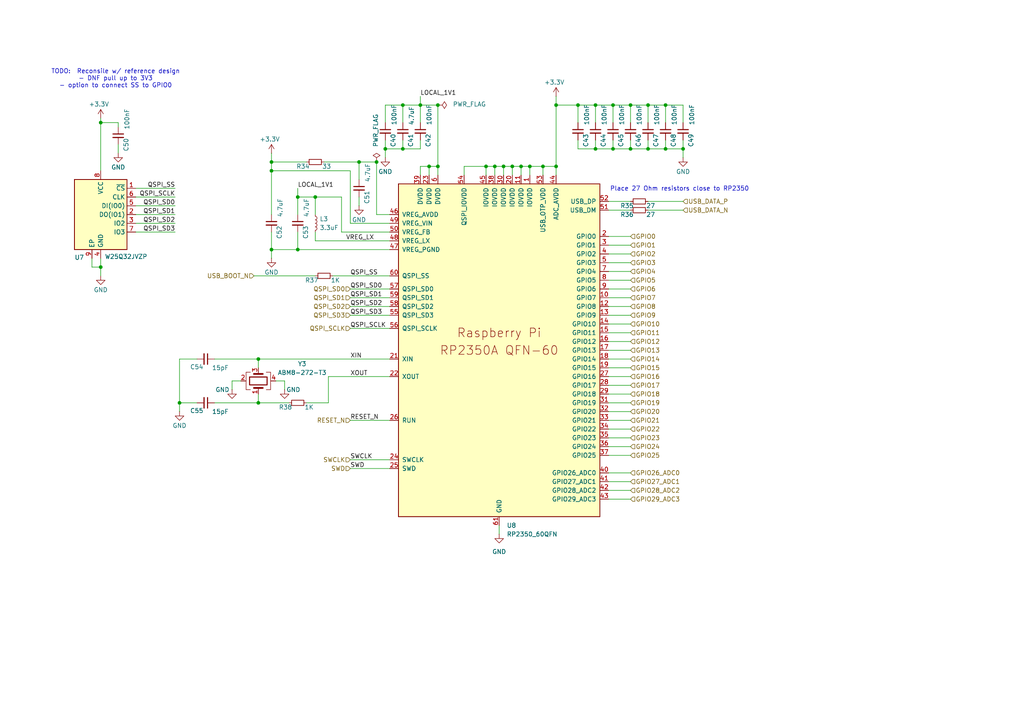
<source format=kicad_sch>
(kicad_sch (version 20231120) (generator "eeschema") (generator_version "8.0")
  (paper "A4")
  (title_block (title "RP2350 Target Board") (date "2024-10-29") (rev "rev1-rc1") (company "Pigweed"))
  (lib_symbols
    (symbol "Device:C_Small" (pin_numbers hide) (pin_names (offset 0.254) hide)
      (property "Reference" "C" (at 0.254 1.778 0))
      (property "Value" "C_Small" (at 0.254 -2.032 0))
      (symbol "C_Small_0_1"
        (polyline (pts (xy -1.524 -0.508) (xy 1.524 -0.508)) (stroke (width 0.3302)))
        (polyline (pts (xy -1.524 0.508) (xy 1.524 0.508)) (stroke (width 0.3048)))
      )
      (symbol "C_Small_1_1"
        (pin passive line (at 0 2.54 270) (length 2.032) (name "~") (number "1"))
        (pin passive line (at 0 -2.54 90) (length 2.032) (name "~") (number "2"))
      )
    )
    (symbol "Device:Crystal_GND24" (pin_names (offset 1.016) hide)
      (property "Reference" "Y" (at 3.175 5.08 0))
      (property "Value" "Crystal_GND24" (at 3.175 3.175 0))
      (symbol "Crystal_GND24_0_1"
        (rectangle (start -1.143 2.54) (end 1.143 -2.54) (stroke (width 0.3048)))
        (polyline (pts (xy -2.54 0) (xy -2.032 0)))
        (polyline (pts (xy -2.032 -1.27) (xy -2.032 1.27)) (stroke (width 0.508)))
        (polyline (pts (xy 0 -3.81) (xy 0 -3.556)))
        (polyline (pts (xy 0 3.556) (xy 0 3.81)))
        (polyline (pts (xy 2.032 -1.27) (xy 2.032 1.27)) (stroke (width 0.508)))
        (polyline (pts (xy 2.032 0) (xy 2.54 0)))
        (polyline (pts (xy -2.54 -2.286) (xy -2.54 -3.556) (xy 2.54 -3.556) (xy 2.54 -2.286)))
        (polyline (pts (xy -2.54 2.286) (xy -2.54 3.556) (xy 2.54 3.556) (xy 2.54 2.286)))
      )
      (symbol "Crystal_GND24_1_1"
        (pin passive line (at -3.81 0 0) (length 1.27) (name "1") (number "1"))
        (pin passive line (at 0 5.08 270) (length 1.27) (name "2") (number "2"))
        (pin passive line (at 3.81 0 180) (length 1.27) (name "3") (number "3"))
        (pin passive line (at 0 -5.08 90) (length 1.27) (name "4") (number "4"))
      )
    )
    (symbol "Device:L_Small" (pin_numbers hide) (pin_names (offset 0.254) hide)
      (property "Reference" "L" (at 0.762 1.016 0))
      (property "Value" "L_Small" (at 0.762 -1.016 0))
      (symbol "L_Small_0_1"
        (arc (start 0 -2.032) (mid 0.5058 -1.524) (end 0 -1.016))
        (arc (start 0 -1.016) (mid 0.5058 -0.508) (end 0 0))
        (arc (start 0 0) (mid 0.5058 0.508) (end 0 1.016))
        (arc (start 0 1.016) (mid 0.5058 1.524) (end 0 2.032))
      )
      (symbol "L_Small_1_1"
        (pin passive line (at 0 2.54 270) (length 0.508) (name "~") (number "1"))
        (pin passive line (at 0 -2.54 90) (length 0.508) (name "~") (number "2"))
      )
    )
    (symbol "Device:R_Small" (pin_numbers hide) (pin_names (offset 0.254) hide)
      (property "Reference" "R" (at 0.762 0.508 0))
      (property "Value" "R_Small" (at 0.762 -1.016 0))
      (symbol "R_Small_0_1"
        (rectangle (start -0.762 1.778) (end 0.762 -1.778) (stroke (width 0.2032)))
      )
      (symbol "R_Small_1_1"
        (pin passive line (at 0 2.54 270) (length 0.762) (name "~") (number "1"))
        (pin passive line (at 0 -2.54 90) (length 0.762) (name "~") (number "2"))
      )
    )
    (symbol "MCU_RaspberryPi_RP2350:RP2350_60QFN" (pin_names (offset 1.016))
      (property "Reference" "U" (at -29.21 49.53 0))
      (property "Value" "RP2350_60QFN" (at 24.13 -49.53 0))
      (symbol "RP2350_60QFN_0_0"
        (text "Raspberry Pi" (at 0 5.08 0) (effects (font (size 2.54 2.54))))
      )
      (symbol "RP2350_60QFN_0_1"
        (rectangle (start 29.21 48.26) (end -29.21 -48.26) (stroke (width 0.254)) (fill (type background)))
      )
      (symbol "RP2350_60QFN_1_0"
        (text "RP2350A QFN-60" (at 0 0 0) (effects (font (size 2.54 2.54))))
      )
      (symbol "RP2350_60QFN_1_1"
        (pin power_in line (at 8.89 50.8 270) (length 2.54) (name "IOVDD") (number "1"))
        (pin bidirectional line (at 31.75 15.24 180) (length 2.54) (name "GPIO7") (number "10"))
        (pin power_in line (at 6.35 50.8 270) (length 2.54) (name "IOVDD") (number "11"))
        (pin bidirectional line (at 31.75 12.7 180) (length 2.54) (name "GPIO8") (number "12"))
        (pin bidirectional line (at 31.75 10.16 180) (length 2.54) (name "GPIO9") (number "13"))
        (pin bidirectional line (at 31.75 7.62 180) (length 2.54) (name "GPIO10") (number "14"))
        (pin bidirectional line (at 31.75 5.08 180) (length 2.54) (name "GPIO11") (number "15"))
        (pin bidirectional line (at 31.75 2.54 180) (length 2.54) (name "GPIO12") (number "16"))
        (pin bidirectional line (at 31.75 0 180) (length 2.54) (name "GPIO13") (number "17"))
        (pin bidirectional line (at 31.75 -2.54 180) (length 2.54) (name "GPIO14") (number "18"))
        (pin bidirectional line (at 31.75 -5.08 180) (length 2.54) (name "GPIO15") (number "19"))
        (pin bidirectional line (at 31.75 33.02 180) (length 2.54) (name "GPIO0") (number "2"))
        (pin power_in line (at 3.81 50.8 270) (length 2.54) (name "IOVDD") (number "20"))
        (pin input line (at -31.75 -2.54 0) (length 2.54) (name "XIN") (number "21"))
        (pin passive line (at -31.75 -7.62 0) (length 2.54) (name "XOUT") (number "22"))
        (pin power_in line (at -20.32 50.8 270) (length 2.54) (name "DVDD") (number "23"))
        (pin output line (at -31.75 -31.75 0) (length 2.54) (name "SWCLK") (number "24"))
        (pin bidirectional line (at -31.75 -34.29 0) (length 2.54) (name "SWD") (number "25"))
        (pin input line (at -31.75 -20.32 0) (length 2.54) (name "RUN") (number "26"))
        (pin bidirectional line (at 31.75 -7.62 180) (length 2.54) (name "GPIO16") (number "27"))
        (pin bidirectional line (at 31.75 -10.16 180) (length 2.54) (name "GPIO17") (number "28"))
        (pin bidirectional line (at 31.75 -12.7 180) (length 2.54) (name "GPIO18") (number "29"))
        (pin bidirectional line (at 31.75 30.48 180) (length 2.54) (name "GPIO1") (number "3"))
        (pin power_in line (at 1.27 50.8 270) (length 2.54) (name "IOVDD") (number "30"))
        (pin bidirectional line (at 31.75 -15.24 180) (length 2.54) (name "GPIO19") (number "31"))
        (pin bidirectional line (at 31.75 -17.78 180) (length 2.54) (name "GPIO20") (number "32"))
        (pin bidirectional line (at 31.75 -20.32 180) (length 2.54) (name "GPIO21") (number "33"))
        (pin bidirectional line (at 31.75 -22.86 180) (length 2.54) (name "GPIO22") (number "34"))
        (pin bidirectional line (at 31.75 -25.4 180) (length 2.54) (name "GPIO23") (number "35"))
        (pin bidirectional line (at 31.75 -27.94 180) (length 2.54) (name "GPIO24") (number "36"))
        (pin bidirectional line (at 31.75 -30.48 180) (length 2.54) (name "GPIO25") (number "37"))
        (pin power_in line (at -1.27 50.8 270) (length 2.54) (name "IOVDD") (number "38"))
        (pin power_in line (at -22.86 50.8 270) (length 2.54) (name "DVDD") (number "39"))
        (pin bidirectional line (at 31.75 27.94 180) (length 2.54) (name "GPIO2") (number "4"))
        (pin bidirectional line (at 31.75 -35.56 180) (length 2.54) (name "GPIO26_ADC0") (number "40"))
        (pin bidirectional line (at 31.75 -38.1 180) (length 2.54) (name "GPIO27_ADC1") (number "41"))
        (pin bidirectional line (at 31.75 -40.64 180) (length 2.54) (name "GPIO28_ADC2") (number "42"))
        (pin bidirectional line (at 31.75 -43.18 180) (length 2.54) (name "GPIO29_ADC3") (number "43"))
        (pin power_in line (at 16.51 50.8 270) (length 2.54) (name "ADC_AVDD") (number "44"))
        (pin power_in line (at -3.81 50.8 270) (length 2.54) (name "IOVDD") (number "45"))
        (pin power_in line (at -31.75 39.37 0) (length 2.54) (name "VREG_AVDD") (number "46"))
        (pin power_in line (at -31.75 29.21 0) (length 2.54) (name "VREG_PGND") (number "47"))
        (pin power_out line (at -31.75 31.75 0) (length 2.54) (name "VREG_LX") (number "48"))
        (pin power_in line (at -31.75 36.83 0) (length 2.54) (name "VREG_VIN") (number "49"))
        (pin bidirectional line (at 31.75 25.4 180) (length 2.54) (name "GPIO3") (number "5"))
        (pin input line (at -31.75 34.29 0) (length 2.54) (name "VREG_FB") (number "50"))
        (pin bidirectional line (at 31.75 40.64 180) (length 2.54) (name "USB_DM") (number "51"))
        (pin bidirectional line (at 31.75 43.18 180) (length 2.54) (name "USB_DP") (number "52"))
        (pin power_in line (at 12.7 50.8 270) (length 2.54) (name "USB_OTP_VDD") (number "53"))
        (pin power_in line (at -10.16 50.8 270) (length 2.54) (name "QSPI_IOVDD") (number "54"))
        (pin bidirectional line (at -31.75 10.16 0) (length 2.54) (name "QSPI_SD3") (number "55"))
        (pin output line (at -31.75 6.35 0) (length 2.54) (name "QSPI_SCLK") (number "56"))
        (pin bidirectional line (at -31.75 17.78 0) (length 2.54) (name "QSPI_SD0") (number "57"))
        (pin bidirectional line (at -31.75 12.7 0) (length 2.54) (name "QSPI_SD2") (number "58"))
        (pin bidirectional line (at -31.75 15.24 0) (length 2.54) (name "QSPI_SD1") (number "59"))
        (pin power_in line (at -17.78 50.8 270) (length 2.54) (name "DVDD") (number "6"))
        (pin bidirectional line (at -31.75 21.59 0) (length 2.54) (name "QSPI_SS") (number "60"))
        (pin power_in line (at 0 -50.8 90) (length 2.54) (name "GND") (number "61"))
        (pin bidirectional line (at 31.75 22.86 180) (length 2.54) (name "GPIO4") (number "7"))
        (pin bidirectional line (at 31.75 20.32 180) (length 2.54) (name "GPIO5") (number "8"))
        (pin bidirectional line (at 31.75 17.78 180) (length 2.54) (name "GPIO6") (number "9"))
      )
    )
    (symbol "Memory_Flash:W25Q32JVZP"
      (property "Reference" "U" (at -6.35 11.43 0))
      (property "Value" "W25Q32JVZP" (at 7.62 11.43 0))
      (symbol "W25Q32JVZP_0_1"
        (rectangle (start -7.62 10.16) (end 7.62 -10.16) (stroke (width 0.254)) (fill (type background)))
      )
      (symbol "W25Q32JVZP_1_1"
        (pin input line (at -10.16 7.62 0) (length 2.54) (name "~{CS}") (number "1"))
        (pin bidirectional line (at -10.16 0 0) (length 2.54) (name "DO(IO1)") (number "2"))
        (pin bidirectional line (at -10.16 -2.54 0) (length 2.54) (name "IO2") (number "3"))
        (pin power_in line (at 0 -12.7 90) (length 2.54) (name "GND") (number "4"))
        (pin bidirectional line (at -10.16 2.54 0) (length 2.54) (name "DI(IO0)") (number "5"))
        (pin input line (at -10.16 5.08 0) (length 2.54) (name "CLK") (number "6"))
        (pin bidirectional line (at -10.16 -5.08 0) (length 2.54) (name "IO3") (number "7"))
        (pin power_in line (at 0 12.7 270) (length 2.54) (name "VCC") (number "8"))
        (pin passive line (at 2.54 -12.7 90) (length 2.54) (name "EP") (number "9"))
      )
    )
    (symbol "power:+3.3V" (power) (pin_numbers hide) (pin_names (offset 0) hide)
      (property "Value" "+3.3V" (at 0 3.556 0))
      (symbol "+3.3V_0_1"
        (polyline (pts (xy -0.762 1.27) (xy 0 2.54)))
        (polyline (pts (xy 0 0) (xy 0 2.54)))
        (polyline (pts (xy 0 2.54) (xy 0.762 1.27)))
      )
      (symbol "+3.3V_1_1"
        (pin power_in line (at 0 0 90) (length 0) (name "~") (number "1"))
      )
    )
    (symbol "power:GND" (power) (pin_numbers hide) (pin_names (offset 0) hide)
      (property "Value" "GND" (at 0 -3.81 0))
      (symbol "GND_0_1"
        (polyline (pts (xy 0 0) (xy 0 -1.27) (xy 1.27 -1.27) (xy 0 -2.54) (xy -1.27 -1.27) (xy 0 -1.27)))
      )
      (symbol "GND_1_1"
        (pin power_in line (at 0 0 270) (length 0) (name "~") (number "1"))
      )
    )
    (symbol "power:PWR_FLAG" (power) (pin_numbers hide) (pin_names (offset 0) hide)
      (property "Value" "PWR_FLAG" (at 0 3.81 0))
      (symbol "PWR_FLAG_0_0"
        (pin power_out line (at 0 0 90) (length 0) (name "~") (number "1"))
      )
      (symbol "PWR_FLAG_0_1"
        (polyline (pts (xy 0 0) (xy 0 1.27) (xy -1.016 1.905) (xy 0 2.54) (xy 1.016 1.905) (xy 0 1.27)))
      )
    )
  )
  (junction (at 193.04 30.48))
  (junction (at 116.84 30.48))
  (junction (at 143.51 48.26))
  (junction (at 109.22 46.99))
  (junction (at 187.96 30.48))
  (junction (at 116.84 43.18))
  (junction (at 52.07 116.84))
  (junction (at 124.46 48.26))
  (junction (at 151.13 48.26))
  (junction (at 127 48.26))
  (junction (at 193.04 43.18))
  (junction (at 167.64 30.48))
  (junction (at 148.59 48.26))
  (junction (at 146.05 48.26))
  (junction (at 78.74 72.39))
  (junction (at 177.8 43.18))
  (junction (at 172.72 30.48))
  (junction (at 182.88 43.18))
  (junction (at 78.74 46.99))
  (junction (at 104.14 46.99))
  (junction (at 78.74 49.53))
  (junction (at 91.44 57.15))
  (junction (at 140.97 48.26))
  (junction (at 121.92 30.48))
  (junction (at 182.88 30.48))
  (junction (at 74.93 116.84))
  (junction (at 172.72 43.18))
  (junction (at 111.76 43.18))
  (junction (at 29.21 35.56))
  (junction (at 86.36 72.39))
  (junction (at 161.29 30.48))
  (junction (at 153.67 48.26))
  (junction (at 198.12 43.18))
  (junction (at 86.36 57.15))
  (junction (at 157.48 48.26))
  (junction (at 187.96 43.18))
  (junction (at 161.29 48.26))
  (junction (at 29.21 77.47))
  (junction (at 177.8 30.48))
  (junction (at 127 30.48))
  (junction (at 74.93 104.14))
  (wire (pts (xy 182.88 30.48) (xy 182.88 35.56)))
  (wire (pts (xy 78.74 46.99) (xy 88.9 46.99)))
  (wire (pts (xy 176.53 137.16) (xy 182.88 137.16)))
  (wire (pts (xy 176.53 91.44) (xy 182.88 91.44)))
  (wire (pts (xy 111.76 43.18) (xy 111.76 45.72)))
  (wire (pts (xy 29.21 35.56) (xy 29.21 49.53)))
  (wire (pts (xy 121.92 43.18) (xy 116.84 43.18)))
  (wire (pts (xy 73.66 80.01) (xy 91.44 80.01)))
  (wire (pts (xy 187.96 43.18) (xy 193.04 43.18)))
  (wire (pts (xy 124.46 48.26) (xy 121.92 48.26)))
  (wire (pts (xy 121.92 40.64) (xy 121.92 43.18)))
  (wire (pts (xy 176.53 104.14) (xy 182.88 104.14)))
  (wire (pts (xy 176.53 129.54) (xy 182.88 129.54)))
  (wire (pts (xy 151.13 48.26) (xy 151.13 50.8)))
  (wire (pts (xy 116.84 30.48) (xy 116.84 35.56)))
  (wire (pts (xy 161.29 48.26) (xy 161.29 50.8)))
  (wire (pts (xy 101.6 88.9) (xy 113.03 88.9)))
  (wire (pts (xy 176.53 71.12) (xy 182.88 71.12)))
  (wire (pts (xy 176.53 93.98) (xy 182.88 93.98)))
  (wire (pts (xy 176.53 106.68) (xy 182.88 106.68)))
  (wire (pts (xy 39.37 54.61) (xy 50.8 54.61)))
  (wire (pts (xy 193.04 30.48) (xy 193.04 35.56)))
  (wire (pts (xy 109.22 62.23) (xy 109.22 46.99)))
  (wire (pts (xy 101.6 83.82) (xy 113.03 83.82)))
  (wire (pts (xy 157.48 48.26) (xy 157.48 50.8)))
  (wire (pts (xy 34.29 41.91) (xy 34.29 44.45)))
  (wire (pts (xy 111.76 30.48) (xy 111.76 35.56)))
  (wire (pts (xy 182.88 40.64) (xy 182.88 43.18)))
  (wire (pts (xy 101.6 91.44) (xy 113.03 91.44)))
  (wire (pts (xy 34.29 36.83) (xy 34.29 35.56)))
  (wire (pts (xy 176.53 114.3) (xy 182.88 114.3)))
  (wire (pts (xy 134.62 50.8) (xy 134.62 48.26)))
  (wire (pts (xy 153.67 48.26) (xy 157.48 48.26)))
  (wire (pts (xy 176.53 78.74) (xy 182.88 78.74)))
  (wire (pts (xy 121.92 30.48) (xy 127 30.48)))
  (wire (pts (xy 91.44 67.31) (xy 91.44 69.85)))
  (wire (pts (xy 86.36 54.61) (xy 86.36 57.15)))
  (wire (pts (xy 176.53 88.9) (xy 182.88 88.9)))
  (wire (pts (xy 113.03 62.23) (xy 109.22 62.23)))
  (wire (pts (xy 124.46 48.26) (xy 124.46 50.8)))
  (wire (pts (xy 176.53 132.08) (xy 182.88 132.08)))
  (wire (pts (xy 116.84 30.48) (xy 111.76 30.48)))
  (wire (pts (xy 172.72 30.48) (xy 177.8 30.48)))
  (wire (pts (xy 39.37 67.31) (xy 50.8 67.31)))
  (wire (pts (xy 153.67 48.26) (xy 153.67 50.8)))
  (wire (pts (xy 121.92 35.56) (xy 121.92 30.48)))
  (wire (pts (xy 57.15 104.14) (xy 52.07 104.14)))
  (wire (pts (xy 176.53 68.58) (xy 182.88 68.58)))
  (wire (pts (xy 187.96 30.48) (xy 187.96 35.56)))
  (wire (pts (xy 176.53 142.24) (xy 182.88 142.24)))
  (wire (pts (xy 187.96 58.42) (xy 198.12 58.42)))
  (wire (pts (xy 52.07 116.84) (xy 57.15 116.84)))
  (wire (pts (xy 157.48 48.26) (xy 161.29 48.26)))
  (wire (pts (xy 193.04 40.64) (xy 193.04 43.18)))
  (wire (pts (xy 74.93 116.84) (xy 83.82 116.84)))
  (wire (pts (xy 99.06 57.15) (xy 99.06 67.31)))
  (wire (pts (xy 93.98 46.99) (xy 104.14 46.99)))
  (wire (pts (xy 67.31 110.49) (xy 67.31 113.03)))
  (wire (pts (xy 62.23 104.14) (xy 74.93 104.14)))
  (wire (pts (xy 52.07 104.14) (xy 52.07 116.84)))
  (wire (pts (xy 176.53 101.6) (xy 182.88 101.6)))
  (wire (pts (xy 78.74 44.45) (xy 78.74 46.99)))
  (wire (pts (xy 116.84 43.18) (xy 111.76 43.18)))
  (wire (pts (xy 78.74 49.53) (xy 78.74 62.23)))
  (wire (pts (xy 62.23 116.84) (xy 74.93 116.84)))
  (wire (pts (xy 176.53 119.38) (xy 182.88 119.38)))
  (wire (pts (xy 146.05 48.26) (xy 146.05 50.8)))
  (wire (pts (xy 74.93 114.3) (xy 74.93 116.84)))
  (wire (pts (xy 39.37 64.77) (xy 50.8 64.77)))
  (wire (pts (xy 198.12 30.48) (xy 198.12 35.56)))
  (wire (pts (xy 39.37 62.23) (xy 50.8 62.23)))
  (wire (pts (xy 148.59 48.26) (xy 151.13 48.26)))
  (wire (pts (xy 176.53 139.7) (xy 182.88 139.7)))
  (wire (pts (xy 101.6 121.92) (xy 113.03 121.92)))
  (wire (pts (xy 176.53 60.96) (xy 182.88 60.96)))
  (wire (pts (xy 193.04 43.18) (xy 198.12 43.18)))
  (wire (pts (xy 86.36 57.15) (xy 91.44 57.15)))
  (wire (pts (xy 176.53 83.82) (xy 182.88 83.82)))
  (wire (pts (xy 176.53 121.92) (xy 182.88 121.92)))
  (wire (pts (xy 167.64 30.48) (xy 172.72 30.48)))
  (wire (pts (xy 176.53 109.22) (xy 182.88 109.22)))
  (wire (pts (xy 182.88 30.48) (xy 187.96 30.48)))
  (wire (pts (xy 104.14 57.15) (xy 104.14 59.69)))
  (wire (pts (xy 176.53 58.42) (xy 182.88 58.42)))
  (wire (pts (xy 177.8 43.18) (xy 182.88 43.18)))
  (wire (pts (xy 176.53 73.66) (xy 182.88 73.66)))
  (wire (pts (xy 101.6 64.77) (xy 101.6 49.53)))
  (wire (pts (xy 78.74 49.53) (xy 101.6 49.53)))
  (wire (pts (xy 78.74 72.39) (xy 78.74 67.31)))
  (wire (pts (xy 111.76 43.18) (xy 111.76 40.64)))
  (wire (pts (xy 161.29 30.48) (xy 161.29 48.26)))
  (wire (pts (xy 176.53 127) (xy 182.88 127)))
  (wire (pts (xy 101.6 135.89) (xy 113.03 135.89)))
  (wire (pts (xy 86.36 57.15) (xy 86.36 62.23)))
  (wire (pts (xy 176.53 124.46) (xy 182.88 124.46)))
  (wire (pts (xy 86.36 72.39) (xy 113.03 72.39)))
  (wire (pts (xy 144.78 152.4) (xy 144.78 154.94)))
  (wire (pts (xy 113.03 67.31) (xy 99.06 67.31)))
  (wire (pts (xy 78.74 46.99) (xy 78.74 49.53)))
  (wire (pts (xy 193.04 30.48) (xy 198.12 30.48)))
  (wire (pts (xy 95.25 109.22) (xy 95.25 116.84)))
  (wire (pts (xy 198.12 43.18) (xy 198.12 45.72)))
  (wire (pts (xy 176.53 116.84) (xy 182.88 116.84)))
  (wire (pts (xy 176.53 144.78) (xy 182.88 144.78)))
  (wire (pts (xy 176.53 76.2) (xy 182.88 76.2)))
  (wire (pts (xy 176.53 86.36) (xy 182.88 86.36)))
  (wire (pts (xy 39.37 59.69) (xy 50.8 59.69)))
  (wire (pts (xy 104.14 46.99) (xy 104.14 52.07)))
  (wire (pts (xy 101.6 133.35) (xy 113.03 133.35)))
  (wire (pts (xy 140.97 48.26) (xy 143.51 48.26)))
  (wire (pts (xy 151.13 48.26) (xy 153.67 48.26)))
  (wire (pts (xy 127 50.8) (xy 127 48.26)))
  (wire (pts (xy 187.96 30.48) (xy 193.04 30.48)))
  (wire (pts (xy 148.59 48.26) (xy 148.59 50.8)))
  (wire (pts (xy 161.29 30.48) (xy 167.64 30.48)))
  (wire (pts (xy 101.6 95.25) (xy 113.03 95.25)))
  (wire (pts (xy 182.88 43.18) (xy 187.96 43.18)))
  (wire (pts (xy 74.93 104.14) (xy 113.03 104.14)))
  (wire (pts (xy 91.44 57.15) (xy 91.44 62.23)))
  (wire (pts (xy 146.05 48.26) (xy 148.59 48.26)))
  (wire (pts (xy 29.21 77.47) (xy 29.21 80.01)))
  (wire (pts (xy 177.8 30.48) (xy 177.8 35.56)))
  (wire (pts (xy 26.67 77.47) (xy 29.21 77.47)))
  (wire (pts (xy 95.25 109.22) (xy 113.03 109.22)))
  (wire (pts (xy 176.53 99.06) (xy 182.88 99.06)))
  (wire (pts (xy 187.96 60.96) (xy 198.12 60.96)))
  (wire (pts (xy 86.36 67.31) (xy 86.36 72.39)))
  (wire (pts (xy 172.72 40.64) (xy 172.72 43.18)))
  (wire (pts (xy 172.72 43.18) (xy 177.8 43.18)))
  (wire (pts (xy 121.92 30.48) (xy 116.84 30.48)))
  (wire (pts (xy 176.53 81.28) (xy 182.88 81.28)))
  (wire (pts (xy 161.29 27.94) (xy 161.29 30.48)))
  (wire (pts (xy 99.06 57.15) (xy 91.44 57.15)))
  (wire (pts (xy 121.92 48.26) (xy 121.92 50.8)))
  (wire (pts (xy 167.64 35.56) (xy 167.64 30.48)))
  (wire (pts (xy 143.51 48.26) (xy 146.05 48.26)))
  (wire (pts (xy 39.37 57.15) (xy 50.8 57.15)))
  (wire (pts (xy 78.74 72.39) (xy 78.74 74.93)))
  (wire (pts (xy 177.8 30.48) (xy 182.88 30.48)))
  (wire (pts (xy 167.64 40.64) (xy 167.64 43.18)))
  (wire (pts (xy 140.97 48.26) (xy 140.97 50.8)))
  (wire (pts (xy 26.67 74.93) (xy 26.67 77.47)))
  (wire (pts (xy 29.21 74.93) (xy 29.21 77.47)))
  (wire (pts (xy 176.53 111.76) (xy 182.88 111.76)))
  (wire (pts (xy 172.72 30.48) (xy 172.72 35.56)))
  (wire (pts (xy 187.96 40.64) (xy 187.96 43.18)))
  (wire (pts (xy 121.92 27.94) (xy 121.92 30.48)))
  (wire (pts (xy 78.74 72.39) (xy 86.36 72.39)))
  (wire (pts (xy 69.85 110.49) (xy 67.31 110.49)))
  (wire (pts (xy 177.8 40.64) (xy 177.8 43.18)))
  (wire (pts (xy 80.01 110.49) (xy 82.55 110.49)))
  (wire (pts (xy 96.52 80.01) (xy 113.03 80.01)))
  (wire (pts (xy 134.62 48.26) (xy 140.97 48.26)))
  (wire (pts (xy 176.53 96.52) (xy 182.88 96.52)))
  (wire (pts (xy 116.84 43.18) (xy 116.84 40.64)))
  (wire (pts (xy 101.6 86.36) (xy 113.03 86.36)))
  (wire (pts (xy 91.44 69.85) (xy 113.03 69.85)))
  (wire (pts (xy 127 30.48) (xy 127 48.26)))
  (wire (pts (xy 74.93 104.14) (xy 74.93 106.68)))
  (wire (pts (xy 167.64 43.18) (xy 172.72 43.18)))
  (wire (pts (xy 143.51 48.26) (xy 143.51 50.8)))
  (wire (pts (xy 29.21 34.29) (xy 29.21 35.56)))
  (wire (pts (xy 88.9 116.84) (xy 95.25 116.84)))
  (wire (pts (xy 34.29 35.56) (xy 29.21 35.56)))
  (wire (pts (xy 52.07 116.84) (xy 52.07 119.38)))
  (wire (pts (xy 113.03 64.77) (xy 101.6 64.77)))
  (wire (pts (xy 82.55 110.49) (xy 82.55 113.03)))
  (wire (pts (xy 104.14 46.99) (xy 109.22 46.99)))
  (wire (pts (xy 127 48.26) (xy 124.46 48.26)))
  (wire (pts (xy 198.12 43.18) (xy 198.12 40.64)))
  (text "Place 27 Ohm resistors close to RP2350" (at 197.104 54.864 0) (effects (font (size 1.27 1.27))))
  (text "TODO:  Reconsile w/ reference design\n- DNF pull up to 3V3\n- option to connect SS to GPIO0" (at 33.528 22.86 0) (effects (font (size 1.27 1.27))))
  (label "QSPI_SD3" (at 50.8 67.31 180))
  (label "LOCAL_1V1" (at 86.36 54.61 0))
  (label "QSPI_SD1" (at 50.8 62.23 180))
  (label "XOUT" (at 101.6 109.22 0))
  (label "QSPI_SD2" (at 101.6 88.9 0))
  (label "SWCLK" (at 101.6 133.35 0))
  (label "LOCAL_1V1" (at 121.92 27.94 0))
  (label "XIN" (at 101.6 104.14 0))
  (label "QSPI_SCLK" (at 50.8 57.15 180))
  (label "QSPI_SD0" (at 50.8 59.69 180))
  (label "QSPI_SD1" (at 101.6 86.36 0))
  (label "QSPI_SD2" (at 50.8 64.77 180))
  (label "QSPI_SCLK" (at 101.6 95.25 0))
  (label "SWD" (at 101.6 135.89 0))
  (label "VREG_LX" (at 100.33 69.85 0))
  (label "QSPI_SD3" (at 101.6 91.44 0))
  (label "QSPI_SS" (at 50.8 54.61 180))
  (label "QSPI_SD0" (at 101.6 83.82 0))
  (label "RESET_N" (at 101.6 121.92 0))
  (label "QSPI_SS" (at 101.6 80.01 0))
  (hierarchical_label "GPIO19" (shape input) (at 182.88 116.84 0))
  (hierarchical_label "GPIO26_ADC0" (shape input) (at 182.88 137.16 0))
  (hierarchical_label "GPIO7" (shape input) (at 182.88 86.36 0))
  (hierarchical_label "USB_DATA_N" (shape input) (at 198.12 60.96 0))
  (hierarchical_label "QSPI_SD3" (shape input) (at 101.6 91.44 180))
  (hierarchical_label "GPIO13" (shape input) (at 182.88 101.6 0))
  (hierarchical_label "QSPI_SD0" (shape input) (at 101.6 83.82 180))
  (hierarchical_label "QSPI_SCLK" (shape input) (at 101.6 95.25 180))
  (hierarchical_label "GPIO22" (shape input) (at 182.88 124.46 0))
  (hierarchical_label "SWD" (shape input) (at 101.6 135.89 180))
  (hierarchical_label "GPIO23" (shape input) (at 182.88 127 0))
  (hierarchical_label "GPIO3" (shape input) (at 182.88 76.2 0))
  (hierarchical_label "GPIO25" (shape input) (at 182.88 132.08 0))
  (hierarchical_label "QSPI_SD2" (shape input) (at 101.6 88.9 180))
  (hierarchical_label "GPIO24" (shape input) (at 182.88 129.54 0))
  (hierarchical_label "USB_DATA_P" (shape input) (at 198.12 58.42 0))
  (hierarchical_label "RESET_N" (shape input) (at 101.6 121.92 180))
  (hierarchical_label "GPIO12" (shape input) (at 182.88 99.06 0))
  (hierarchical_label "GPIO29_ADC3" (shape input) (at 182.88 144.78 0))
  (hierarchical_label "GPIO5" (shape input) (at 182.88 81.28 0))
  (hierarchical_label "GPIO8" (shape input) (at 182.88 88.9 0))
  (hierarchical_label "GPIO14" (shape input) (at 182.88 104.14 0))
  (hierarchical_label "GPIO6" (shape input) (at 182.88 83.82 0))
  (hierarchical_label "USB_BOOT_N" (shape input) (at 73.66 80.01 180))
  (hierarchical_label "GPIO4" (shape input) (at 182.88 78.74 0))
  (hierarchical_label "GPIO20" (shape input) (at 182.88 119.38 0))
  (hierarchical_label "GPIO2" (shape input) (at 182.88 73.66 0))
  (hierarchical_label "GPIO27_ADC1" (shape input) (at 182.88 139.7 0))
  (hierarchical_label "GPIO18" (shape input) (at 182.88 114.3 0))
  (hierarchical_label "GPIO15" (shape input) (at 182.88 106.68 0))
  (hierarchical_label "GPIO9" (shape input) (at 182.88 91.44 0))
  (hierarchical_label "GPIO11" (shape input) (at 182.88 96.52 0))
  (hierarchical_label "QSPI_SD1" (shape input) (at 101.6 86.36 180))
  (hierarchical_label "GPIO16" (shape input) (at 182.88 109.22 0))
  (hierarchical_label "GPIO10" (shape input) (at 182.88 93.98 0))
  (hierarchical_label "GPIO17" (shape input) (at 182.88 111.76 0))
  (hierarchical_label "GPIO28_ADC2" (shape input) (at 182.88 142.24 0))
  (hierarchical_label "GPIO21" (shape input) (at 182.88 121.92 0))
  (hierarchical_label "GPIO0" (shape input) (at 182.88 68.58 0))
  (hierarchical_label "SWCLK" (shape input) (at 101.6 133.35 180))
  (hierarchical_label "GPIO1" (shape input) (at 182.88 71.12 0))
  (symbol (lib_id "power:PWR_FLAG") (at 127 30.48 270) (unit 1)
    (property "Reference" "#FLG05" (effects (hide yes)))
    (property "Value" "PWR_FLAG" (at 136.144 30.226 90))
    (property "Description" "Special symbol for telling ERC where power comes from" (effects (hide yes)))
    (instances (project "rp2350_target_board" (path "" (reference "#FLG05") (unit 1)) (path "" (reference "#FLG01") (unit 1)) (path "" (reference "#FLG03") (unit 1))))
  )
  (symbol (lib_id "Device:R_Small") (at 93.98 80.01 90) (unit 1)
    (property "Reference" "R37" (at 90.424 81.28 90))
    (property "Value" "1K" (at 97.282 81.28 90))
    (property "Footprint" "Resistor_SMD:R_0402_1005Metric" (effects (hide yes)))
    (property "Datasheet" "https://www.lcsc.com/datasheet/lcsc_datasheet_2304140030_YAGEO-RC0402FR-071KL_C106235.pdf" (effects (hide yes)))
    (property "Description" "Resistor, small symbol" (effects (hide yes)))
    (property "Manufacturer" "YAGEO" (effects (hide yes)))
    (property "ManufacturerPartNo" "RC0402FR-071KL " (effects (hide yes)))
    (property "LCSC" "C106235" (effects (hide yes)))
    (instances (project "rp2350_target_board" (path "" (reference "R37") (unit 1)) (path "" (reference "R16") (unit 1)) (path "" (reference "R27") (unit 1))))
  )
  (symbol (lib_id "Device:R_Small") (at 86.36 116.84 90) (unit 1)
    (property "Reference" "R38" (at 82.804 118.11 90))
    (property "Value" "1K" (at 89.662 118.11 90))
    (property "Footprint" "Resistor_SMD:R_0402_1005Metric" (effects (hide yes)))
    (property "Datasheet" "https://www.lcsc.com/datasheet/lcsc_datasheet_2304140030_YAGEO-RC0402FR-071KL_C106235.pdf" (effects (hide yes)))
    (property "Description" "Resistor, small symbol" (effects (hide yes)))
    (property "Manufacturer" "YAGEO" (effects (hide yes)))
    (property "ManufacturerPartNo" "RC0402FR-071KL " (effects (hide yes)))
    (property "LCSC" "C106235" (effects (hide yes)))
    (instances (project "rp2350_target_board" (path "" (reference "R38") (unit 1)) (path "" (reference "R17") (unit 1)) (path "" (reference "R28") (unit 1))))
  )
  (symbol (lib_id "power:GND") (at 144.78 154.94 0) (mirror y) (unit 1)
    (property "Reference" "#PWR068" (effects (hide yes)))
    (property "Value" "GND" (at 144.78 160.02 0))
    (property "Description" "Power symbol creates a global label with name \"GND\" , ground" (effects (hide yes)))
    (instances (project "rp2350_target_board" (path "" (reference "#PWR068") (unit 1)) (path "" (reference "#PWR028") (unit 1)) (path "" (reference "#PWR047") (unit 1))))
  )
  (symbol (lib_id "Device:C_Small") (at 116.84 38.1 0) (unit 1)
    (property "Reference" "C41" (at 119.126 42.672 90) (effects (justify left)))
    (property "Value" "4.7uF" (at 119.38 36.322 90) (effects (justify left)))
    (property "Footprint" "Capacitor_SMD:C_0402_1005Metric" (effects (hide yes)))
    (property "Datasheet" "https://www.lcsc.com/datasheet/lcsc_datasheet_2304140030_Samsung-Electro-Mechanics-CL05A475KP5NRNC_C368809.pdf" (effects (hide yes)))
    (property "Description" "Unpolarized capacitor, small symbol" (effects (hide yes)))
    (property "Manufacturer" "Samsung Electro-Mechanics" (effects (hide yes)))
    (property "ManufacturerPartNo" "CL05A475KP5NRNC" (effects (hide yes)))
    (property "LCSC" "C368809" (effects (hide yes)))
    (instances (project "rp2350_target_board" (path "" (reference "C41") (unit 1)) (path "" (reference "C4") (unit 1)) (path "" (reference "C22") (unit 1))))
  )
  (symbol (lib_id "Device:R_Small") (at 185.42 60.96 90) (unit 1)
    (property "Reference" "R36" (at 181.864 62.23 90))
    (property "Value" "27" (at 188.722 62.23 90))
    (property "Footprint" "Resistor_SMD:R_0402_1005Metric" (effects (hide yes)))
    (property "Datasheet" "https://www.lcsc.com/datasheet/lcsc_datasheet_2304140030_YAGEO-RC0402FR-0727RL_C138021.pdf" (effects (hide yes)))
    (property "Description" "Resistor, small symbol" (effects (hide yes)))
    (property "Manufacturer" "YAGEO" (effects (hide yes)))
    (property "ManufacturerPartNo" "RC0402FR-0727RL" (effects (hide yes)))
    (property "LCSC" "C138021" (effects (hide yes)))
    (instances (project "rp2350_target_board" (path "" (reference "R36") (unit 1)) (path "" (reference "R15") (unit 1)) (path "" (reference "R26") (unit 1))))
  )
  (symbol (lib_id "Device:C_Small") (at 121.92 38.1 0) (unit 1)
    (property "Reference" "C42" (at 124.206 42.672 90) (effects (justify left)))
    (property "Value" "100nF" (at 124.46 36.322 90) (effects (justify left)))
    (property "Footprint" "Capacitor_SMD:C_0402_1005Metric" (effects (hide yes)))
    (property "Datasheet" "https://www.lcsc.com/datasheet/lcsc_datasheet_2203221430_YAGEO-CC0402KRX7R7BB104_C60474.pdf" (effects (hide yes)))
    (property "Description" "Unpolarized capacitor, small symbol" (effects (hide yes)))
    (property "Manufacturer" "YAGEO" (effects (hide yes)))
    (property "ManufacturerPartNo" "CC0402KRX7R7BB104" (effects (hide yes)))
    (property "LCSC" "C60474" (effects (hide yes)))
    (instances (project "rp2350_target_board" (path "" (reference "C42") (unit 1)) (path "" (reference "C5") (unit 1)) (path "" (reference "C23") (unit 1))))
  )
  (symbol (lib_id "Device:Crystal_GND24") (at 74.93 110.49 90) (unit 1)
    (property "Reference" "Y3" (at 87.63 105.5368 90))
    (property "Value" "ABM8-272-T3" (at 87.63 108.0768 90))
    (property "Footprint" "Crystal:Crystal_SMD_Abracon_ABM8G-4Pin_3.2x2.5mm" (effects (hide yes)))
    (property "Datasheet" "https://www.lcsc.com/datasheet/lcsc_datasheet_2402271053_Abracon-LLC-ABM8-272-T3_C20625731.pdf" (effects (hide yes)))
    (property "Description" "Four pin crystal, GND on pins 2 and 4" (effects (hide yes)))
    (property "Manufacturer" "Abracon LLC" (effects (hide yes)))
    (property "ManufacturerPartNo" "ABM8-272-T3 " (effects (hide yes)))
    (property "LCSC" "C20625731" (effects (hide yes)))
    (instances (project "rp2350_target_board" (path "" (reference "Y3") (unit 1)) (path "" (reference "Y1") (unit 1)) (path "" (reference "Y2") (unit 1))))
  )
  (symbol (lib_id "Device:C_Small") (at 167.64 38.1 0) (unit 1)
    (property "Reference" "C43" (at 169.926 42.672 90) (effects (justify left)))
    (property "Value" "100nF" (at 170.18 36.322 90) (effects (justify left)))
    (property "Footprint" "Capacitor_SMD:C_0402_1005Metric" (effects (hide yes)))
    (property "Datasheet" "https://www.lcsc.com/datasheet/lcsc_datasheet_2203221430_YAGEO-CC0402KRX7R7BB104_C60474.pdf" (effects (hide yes)))
    (property "Description" "Unpolarized capacitor, small symbol" (effects (hide yes)))
    (property "Manufacturer" "YAGEO" (effects (hide yes)))
    (property "ManufacturerPartNo" "CC0402KRX7R7BB104" (effects (hide yes)))
    (property "LCSC" "C60474" (effects (hide yes)))
    (instances (project "rp2350_target_board" (path "" (reference "C43") (unit 1)) (path "" (reference "C6") (unit 1)) (path "" (reference "C24") (unit 1))))
  )
  (symbol (lib_id "Device:R_Small") (at 185.42 58.42 90) (unit 1)
    (property "Reference" "R35" (at 181.864 59.69 90))
    (property "Value" "27" (at 188.722 59.69 90))
    (property "Footprint" "Resistor_SMD:R_0402_1005Metric" (effects (hide yes)))
    (property "Datasheet" "https://www.lcsc.com/datasheet/lcsc_datasheet_2304140030_YAGEO-RC0402FR-0727RL_C138021.pdf" (effects (hide yes)))
    (property "Description" "Resistor, small symbol" (effects (hide yes)))
    (property "Manufacturer" "YAGEO" (effects (hide yes)))
    (property "ManufacturerPartNo" "RC0402FR-0727RL" (effects (hide yes)))
    (property "LCSC" "C138021" (effects (hide yes)))
    (instances (project "rp2350_target_board" (path "" (reference "R35") (unit 1)) (path "" (reference "R14") (unit 1)) (path "" (reference "R25") (unit 1))))
  )
  (symbol (lib_id "power:GND") (at 111.76 45.72 0) (mirror y) (unit 1)
    (property "Reference" "#PWR060" (effects (hide yes)))
    (property "Value" "GND" (at 111.76 49.784 0))
    (property "Description" "Power symbol creates a global label with name \"GND\" , ground" (effects (hide yes)))
    (instances (project "rp2350_target_board" (path "" (reference "#PWR060") (unit 1)) (path "" (reference "#PWR020") (unit 1)) (path "" (reference "#PWR039") (unit 1))))
  )
  (symbol (lib_id "Device:C_Small") (at 198.12 38.1 0) (unit 1)
    (property "Reference" "C49" (at 200.406 42.672 90) (effects (justify left)))
    (property "Value" "100nF" (at 200.66 36.322 90) (effects (justify left)))
    (property "Footprint" "Capacitor_SMD:C_0402_1005Metric" (effects (hide yes)))
    (property "Datasheet" "https://www.lcsc.com/datasheet/lcsc_datasheet_2203221430_YAGEO-CC0402KRX7R7BB104_C60474.pdf" (effects (hide yes)))
    (property "Description" "Unpolarized capacitor, small symbol" (effects (hide yes)))
    (property "Manufacturer" "YAGEO" (effects (hide yes)))
    (property "ManufacturerPartNo" "CC0402KRX7R7BB104" (effects (hide yes)))
    (property "LCSC" "C60474" (effects (hide yes)))
    (instances (project "rp2350_target_board" (path "" (reference "C49") (unit 1)) (path "" (reference "C12") (unit 1)) (path "" (reference "C30") (unit 1))))
  )
  (symbol (lib_id "Device:C_Small") (at 187.96 38.1 0) (unit 1)
    (property "Reference" "C47" (at 190.246 42.672 90) (effects (justify left)))
    (property "Value" "100nF" (at 190.5 36.322 90) (effects (justify left)))
    (property "Footprint" "Capacitor_SMD:C_0402_1005Metric" (effects (hide yes)))
    (property "Datasheet" "https://www.lcsc.com/datasheet/lcsc_datasheet_2203221430_YAGEO-CC0402KRX7R7BB104_C60474.pdf" (effects (hide yes)))
    (property "Description" "Unpolarized capacitor, small symbol" (effects (hide yes)))
    (property "Manufacturer" "YAGEO" (effects (hide yes)))
    (property "ManufacturerPartNo" "CC0402KRX7R7BB104" (effects (hide yes)))
    (property "LCSC" "C60474" (effects (hide yes)))
    (instances (project "rp2350_target_board" (path "" (reference "C47") (unit 1)) (path "" (reference "C10") (unit 1)) (path "" (reference "C28") (unit 1))))
  )
  (symbol (lib_id "power:GND") (at 82.55 113.03 0) (mirror y) (unit 1)
    (property "Reference" "#PWR066" (effects (hide yes)))
    (property "Value" "GND" (at 85.09 113.03 0))
    (property "Description" "Power symbol creates a global label with name \"GND\" , ground" (effects (hide yes)))
    (instances (project "rp2350_target_board" (path "" (reference "#PWR066") (unit 1)) (path "" (reference "#PWR026") (unit 1)) (path "" (reference "#PWR045") (unit 1))))
  )
  (symbol (lib_id "power:GND") (at 29.21 80.01 0) (mirror y) (unit 1)
    (property "Reference" "#PWR064" (effects (hide yes)))
    (property "Value" "GND" (at 29.21 84.074 0))
    (property "Description" "Power symbol creates a global label with name \"GND\" , ground" (effects (hide yes)))
    (instances (project "rp2350_target_board" (path "" (reference "#PWR064") (unit 1)) (path "" (reference "#PWR024") (unit 1)) (path "" (reference "#PWR043") (unit 1))))
  )
  (symbol (lib_id "Device:C_Small") (at 177.8 38.1 0) (unit 1)
    (property "Reference" "C45" (at 180.086 42.672 90) (effects (justify left)))
    (property "Value" "100nF" (at 180.34 36.322 90) (effects (justify left)))
    (property "Footprint" "Capacitor_SMD:C_0402_1005Metric" (effects (hide yes)))
    (property "Datasheet" "https://www.lcsc.com/datasheet/lcsc_datasheet_2203221430_YAGEO-CC0402KRX7R7BB104_C60474.pdf" (effects (hide yes)))
    (property "Description" "Unpolarized capacitor, small symbol" (effects (hide yes)))
    (property "Manufacturer" "YAGEO" (effects (hide yes)))
    (property "ManufacturerPartNo" "CC0402KRX7R7BB104" (effects (hide yes)))
    (property "LCSC" "C60474" (effects (hide yes)))
    (instances (project "rp2350_target_board" (path "" (reference "C45") (unit 1)) (path "" (reference "C8") (unit 1)) (path "" (reference "C26") (unit 1))))
  )
  (symbol (lib_id "Device:C_Small") (at 182.88 38.1 0) (unit 1)
    (property "Reference" "C46" (at 185.166 42.672 90) (effects (justify left)))
    (property "Value" "100nF" (at 185.42 36.322 90) (effects (justify left)))
    (property "Footprint" "Capacitor_SMD:C_0402_1005Metric" (effects (hide yes)))
    (property "Datasheet" "https://www.lcsc.com/datasheet/lcsc_datasheet_2203221430_YAGEO-CC0402KRX7R7BB104_C60474.pdf" (effects (hide yes)))
    (property "Description" "Unpolarized capacitor, small symbol" (effects (hide yes)))
    (property "Manufacturer" "YAGEO" (effects (hide yes)))
    (property "ManufacturerPartNo" "CC0402KRX7R7BB104" (effects (hide yes)))
    (property "LCSC" "C60474" (effects (hide yes)))
    (instances (project "rp2350_target_board" (path "" (reference "C46") (unit 1)) (path "" (reference "C9") (unit 1)) (path "" (reference "C27") (unit 1))))
  )
  (symbol (lib_id "Device:R_Small") (at 91.44 46.99 90) (unit 1)
    (property "Reference" "R34" (at 87.884 48.26 90))
    (property "Value" "33" (at 94.742 48.26 90))
    (property "Footprint" "Resistor_SMD:R_0402_1005Metric" (effects (hide yes)))
    (property "Datasheet" "https://www.lcsc.com/datasheet/lcsc_datasheet_2304140030_YAGEO-RC0402FR-0733RL_C138002.pdf" (effects (hide yes)))
    (property "Description" "Resistor, small symbol" (effects (hide yes)))
    (property "Manufacturer" "YAGEO" (effects (hide yes)))
    (property "ManufacturerPartNo" "RC0402FR-0733RL " (effects (hide yes)))
    (property "LCSC" "C138002" (effects (hide yes)))
    (instances (project "rp2350_target_board" (path "" (reference "R34") (unit 1)) (path "" (reference "R13") (unit 1)) (path "" (reference "R24") (unit 1))))
  )
  (symbol (lib_id "Memory_Flash:W25Q32JVZP") (at 29.21 62.23 0) (mirror y) (unit 1)
    (property "Reference" "U7" (at 24.384 74.676 0) (effects (justify left)))
    (property "Value" "W25Q32JVZP" (at 36.576 74.422 0))
    (property "Footprint" "Package_SON:WSON-8-1EP_6x5mm_P1.27mm_EP3.4x4.3mm" (effects (hide yes)))
    (property "Datasheet" "http://www.winbond.com/resource-files/w25q32jv%20revg%2003272018%20plus.pdf" (effects (hide yes)))
    (property "Description" "32Mb Serial Flash Memory, Standard/Dual/Quad SPI, DFN-8" (effects (hide yes)))
    (instances (project "rp2350_target_board" (path "" (reference "U7") (unit 1)) (path "" (reference "U1") (unit 1)) (path "" (reference "U4") (unit 1))))
  )
  (symbol (lib_id "power:+3.3V") (at 29.21 34.29 0) (unit 1)
    (property "Reference" "#PWR057" (effects (hide yes)))
    (property "Value" "+3.3V" (at 28.702 30.226 0))
    (property "Description" "Power symbol creates a global label with name \"+3.3V\"" (effects (hide yes)))
    (instances (project "rp2350_target_board" (path "" (reference "#PWR057") (unit 1)) (path "" (reference "#PWR017") (unit 1)) (path "" (reference "#PWR036") (unit 1))))
  )
  (symbol (lib_id "Device:C_Small") (at 59.69 104.14 270) (unit 1)
    (property "Reference" "C54" (at 55.118 106.426 90) (effects (justify left)))
    (property "Value" "15pF" (at 61.468 106.68 90) (effects (justify left)))
    (property "Footprint" "Capacitor_SMD:C_0402_1005Metric" (effects (hide yes)))
    (property "Datasheet" "https://www.lcsc.com/datasheet/lcsc_datasheet_2304140030_YAGEO-CC0402JRNPO9BN150_C106997.pdf" (effects (hide yes)))
    (property "Description" "Unpolarized capacitor, small symbol" (effects (hide yes)))
    (property "Manufacturer" "YAGEO" (effects (hide yes)))
    (property "ManufacturerPartNo" "CC0402JRNPO9BN150" (effects (hide yes)))
    (property "LCSC" "C106997" (effects (hide yes)))
    (instances (project "rp2350_target_board" (path "" (reference "C54") (unit 1)) (path "" (reference "C17") (unit 1)) (path "" (reference "C35") (unit 1))))
  )
  (symbol (lib_id "power:GND") (at 52.07 119.38 0) (mirror y) (unit 1)
    (property "Reference" "#PWR067" (effects (hide yes)))
    (property "Value" "GND" (at 52.07 123.444 0))
    (property "Description" "Power symbol creates a global label with name \"GND\" , ground" (effects (hide yes)))
    (instances (project "rp2350_target_board" (path "" (reference "#PWR067") (unit 1)) (path "" (reference "#PWR027") (unit 1)) (path "" (reference "#PWR046") (unit 1))))
  )
  (symbol (lib_id "Device:C_Small") (at 172.72 38.1 0) (unit 1)
    (property "Reference" "C44" (at 175.006 42.672 90) (effects (justify left)))
    (property "Value" "100nF" (at 175.26 36.322 90) (effects (justify left)))
    (property "Footprint" "Capacitor_SMD:C_0402_1005Metric" (effects (hide yes)))
    (property "Datasheet" "https://www.lcsc.com/datasheet/lcsc_datasheet_2203221430_YAGEO-CC0402KRX7R7BB104_C60474.pdf" (effects (hide yes)))
    (property "Description" "Unpolarized capacitor, small symbol" (effects (hide yes)))
    (property "Manufacturer" "YAGEO" (effects (hide yes)))
    (property "ManufacturerPartNo" "CC0402KRX7R7BB104" (effects (hide yes)))
    (property "LCSC" "C60474" (effects (hide yes)))
    (instances (project "rp2350_target_board" (path "" (reference "C44") (unit 1)) (path "" (reference "C7") (unit 1)) (path "" (reference "C25") (unit 1))))
  )
  (symbol (lib_id "power:PWR_FLAG") (at 109.22 46.99 0) (unit 1)
    (property "Reference" "#FLG06" (effects (hide yes)))
    (property "Value" "PWR_FLAG" (at 108.966 37.846 90))
    (property "Description" "Special symbol for telling ERC where power comes from" (effects (hide yes)))
    (instances (project "rp2350_target_board" (path "" (reference "#FLG06") (unit 1)) (path "" (reference "#FLG02") (unit 1)) (path "" (reference "#FLG04") (unit 1))))
  )
  (symbol (lib_id "power:GND") (at 67.31 113.03 0) (mirror y) (unit 1)
    (property "Reference" "#PWR065" (effects (hide yes)))
    (property "Value" "GND" (at 64.516 113.03 0))
    (property "Description" "Power symbol creates a global label with name \"GND\" , ground" (effects (hide yes)))
    (instances (project "rp2350_target_board" (path "" (reference "#PWR065") (unit 1)) (path "" (reference "#PWR025") (unit 1)) (path "" (reference "#PWR044") (unit 1))))
  )
  (symbol (lib_id "power:GND") (at 104.14 59.69 0) (mirror y) (unit 1)
    (property "Reference" "#PWR062" (effects (hide yes)))
    (property "Value" "GND" (at 104.14 63.754 0))
    (property "Description" "Power symbol creates a global label with name \"GND\" , ground" (effects (hide yes)))
    (instances (project "rp2350_target_board" (path "" (reference "#PWR062") (unit 1)) (path "" (reference "#PWR022") (unit 1)) (path "" (reference "#PWR041") (unit 1))))
  )
  (symbol (lib_id "Device:C_Small") (at 78.74 64.77 0) (unit 1)
    (property "Reference" "C52" (at 81.026 69.342 90) (effects (justify left)))
    (property "Value" "4.7uF" (at 81.28 62.992 90) (effects (justify left)))
    (property "Footprint" "RP2350_60QFN_minimal:C_0402_1005Metric_small_pads" (effects (hide yes)))
    (property "Datasheet" "https://www.lcsc.com/datasheet/lcsc_datasheet_2304140030_Samsung-Electro-Mechanics-CL05A475KP5NRNC_C368809.pdf" (effects (hide yes)))
    (property "Description" "Unpolarized capacitor, small symbol" (effects (hide yes)))
    (property "Manufacturer" "Samsung Electro-Mechanics" (effects (hide yes)))
    (property "ManufacturerPartNo" "CL05A475KP5NRNC" (effects (hide yes)))
    (property "LCSC" "C368809" (effects (hide yes)))
    (instances (project "rp2350_target_board" (path "" (reference "C52") (unit 1)) (path "" (reference "C15") (unit 1)) (path "" (reference "C33") (unit 1))))
  )
  (symbol (lib_id "power:GND") (at 34.29 44.45 0) (mirror y) (unit 1)
    (property "Reference" "#PWR058" (effects (hide yes)))
    (property "Value" "GND" (at 34.29 48.514 0))
    (property "Description" "Power symbol creates a global label with name \"GND\" , ground" (effects (hide yes)))
    (instances (project "rp2350_target_board" (path "" (reference "#PWR058") (unit 1)) (path "" (reference "#PWR018") (unit 1)) (path "" (reference "#PWR037") (unit 1))))
  )
  (symbol (lib_id "power:GND") (at 198.12 45.72 0) (mirror y) (unit 1)
    (property "Reference" "#PWR061" (effects (hide yes)))
    (property "Value" "GND" (at 198.12 49.784 0))
    (property "Description" "Power symbol creates a global label with name \"GND\" , ground" (effects (hide yes)))
    (instances (project "rp2350_target_board" (path "" (reference "#PWR061") (unit 1)) (path "" (reference "#PWR021") (unit 1)) (path "" (reference "#PWR040") (unit 1))))
  )
  (symbol (lib_id "Device:C_Small") (at 104.14 54.61 0) (unit 1)
    (property "Reference" "C51" (at 106.426 59.182 90) (effects (justify left)))
    (property "Value" "4.7uF" (at 106.68 52.832 90) (effects (justify left)))
    (property "Footprint" "Capacitor_SMD:C_0402_1005Metric" (effects (hide yes)))
    (property "Datasheet" "https://www.lcsc.com/datasheet/lcsc_datasheet_2304140030_Samsung-Electro-Mechanics-CL05A475KP5NRNC_C368809.pdf" (effects (hide yes)))
    (property "Description" "Unpolarized capacitor, small symbol" (effects (hide yes)))
    (property "Manufacturer" "Samsung Electro-Mechanics" (effects (hide yes)))
    (property "ManufacturerPartNo" "CL05A475KP5NRNC" (effects (hide yes)))
    (property "LCSC" "C368809" (effects (hide yes)))
    (instances (project "rp2350_target_board" (path "" (reference "C51") (unit 1)) (path "" (reference "C14") (unit 1)) (path "" (reference "C32") (unit 1))))
  )
  (symbol (lib_id "Device:C_Small") (at 111.76 38.1 0) (unit 1)
    (property "Reference" "C40" (at 114.046 42.672 90) (effects (justify left)))
    (property "Value" "100nF" (at 114.3 36.322 90) (effects (justify left)))
    (property "Footprint" "Capacitor_SMD:C_0402_1005Metric" (effects (hide yes)))
    (property "Datasheet" "https://www.lcsc.com/datasheet/lcsc_datasheet_2203221430_YAGEO-CC0402KRX7R7BB104_C60474.pdf" (effects (hide yes)))
    (property "Description" "Unpolarized capacitor, small symbol" (effects (hide yes)))
    (property "Manufacturer" "YAGEO" (effects (hide yes)))
    (property "ManufacturerPartNo" "CC0402KRX7R7BB104" (effects (hide yes)))
    (property "LCSC" "C60474" (effects (hide yes)))
    (instances (project "rp2350_target_board" (path "" (reference "C40") (unit 1)) (path "" (reference "C3") (unit 1)) (path "" (reference "C21") (unit 1))))
  )
  (symbol (lib_id "Device:C_Small") (at 86.36 64.77 0) (unit 1)
    (property "Reference" "C53" (at 88.646 69.342 90) (effects (justify left)))
    (property "Value" "4.7uF" (at 88.9 62.992 90) (effects (justify left)))
    (property "Footprint" "RP2350_60QFN_minimal:C_0402_1005Metric_small_pads" (effects (hide yes)))
    (property "Datasheet" "https://www.lcsc.com/datasheet/lcsc_datasheet_2304140030_Samsung-Electro-Mechanics-CL05A475KP5NRNC_C368809.pdf" (effects (hide yes)))
    (property "Description" "Unpolarized capacitor, small symbol" (effects (hide yes)))
    (property "Manufacturer" "Samsung Electro-Mechanics" (effects (hide yes)))
    (property "ManufacturerPartNo" "CL05A475KP5NRNC" (effects (hide yes)))
    (property "LCSC" "C368809" (effects (hide yes)))
    (instances (project "rp2350_target_board" (path "" (reference "C53") (unit 1)) (path "" (reference "C16") (unit 1)) (path "" (reference "C34") (unit 1))))
  )
  (symbol (lib_id "power:+3.3V") (at 161.29 27.94 0) (unit 1)
    (property "Reference" "#PWR056" (effects (hide yes)))
    (property "Value" "+3.3V" (at 160.782 23.876 0))
    (property "Description" "Power symbol creates a global label with name \"+3.3V\"" (effects (hide yes)))
    (instances (project "rp2350_target_board" (path "" (reference "#PWR056") (unit 1)) (path "" (reference "#PWR016") (unit 1)) (path "" (reference "#PWR035") (unit 1))))
  )
  (symbol (lib_id "Device:C_Small") (at 34.29 39.37 0) (unit 1)
    (property "Reference" "C50" (at 36.576 43.942 90) (effects (justify left)))
    (property "Value" "100nF" (at 36.83 37.592 90) (effects (justify left)))
    (property "Footprint" "Capacitor_SMD:C_0402_1005Metric" (effects (hide yes)))
    (property "Datasheet" "https://www.lcsc.com/datasheet/lcsc_datasheet_2203221430_YAGEO-CC0402KRX7R7BB104_C60474.pdf" (effects (hide yes)))
    (property "Description" "Unpolarized capacitor, small symbol" (effects (hide yes)))
    (property "Manufacturer" "YAGEO" (effects (hide yes)))
    (property "ManufacturerPartNo" "CC0402KRX7R7BB104" (effects (hide yes)))
    (property "LCSC" "C60474" (effects (hide yes)))
    (instances (project "rp2350_target_board" (path "" (reference "C50") (unit 1)) (path "" (reference "C13") (unit 1)) (path "" (reference "C31") (unit 1))))
  )
  (symbol (lib_id "power:GND") (at 78.74 74.93 0) (unit 1)
    (property "Reference" "#PWR063" (effects (hide yes)))
    (property "Value" "GND" (at 78.74 78.994 0))
    (property "Description" "Power symbol creates a global label with name \"GND\" , ground" (effects (hide yes)))
    (instances (project "rp2350_target_board" (path "" (reference "#PWR063") (unit 1)) (path "" (reference "#PWR023") (unit 1)) (path "" (reference "#PWR042") (unit 1))))
  )
  (symbol (lib_id "power:+3.3V") (at 78.74 44.45 0) (unit 1)
    (property "Reference" "#PWR059" (effects (hide yes)))
    (property "Value" "+3.3V" (at 78.232 40.386 0))
    (property "Description" "Power symbol creates a global label with name \"+3.3V\"" (effects (hide yes)))
    (instances (project "rp2350_target_board" (path "" (reference "#PWR059") (unit 1)) (path "" (reference "#PWR019") (unit 1)) (path "" (reference "#PWR038") (unit 1))))
  )
  (symbol (lib_id "MCU_RaspberryPi_RP2350:RP2350_60QFN") (at 144.78 101.6 0) (unit 1)
    (property "Reference" "U8" (at 146.9741 152.4 0) (effects (justify left)))
    (property "Value" "RP2350_60QFN" (at 146.9741 154.94 0) (effects (justify left)))
    (property "Footprint" "RP2350_60QFN_minimal:RP2350-QFN-60-1EP_7x7_P0.4mm_EP3.4x3.4mm_ThermalVias" (effects (hide yes)))
    (property "Datasheet" "https://datasheets.raspberrypi.com/rp2350/rp2350-datasheet.pdf" (effects (hide yes)))
    (property "Manufacturer" "Raspberry Pi" (effects (hide yes)))
    (property "ManufacturerPartNo" "RP2350A" (effects (hide yes)))
    (instances (project "rp2350_target_board" (path "" (reference "U8") (unit 1)) (path "" (reference "U2") (unit 1)) (path "" (reference "U5") (unit 1))))
  )
  (symbol (lib_id "Device:C_Small") (at 59.69 116.84 270) (unit 1)
    (property "Reference" "C55" (at 55.118 119.126 90) (effects (justify left)))
    (property "Value" "15pF" (at 61.468 119.38 90) (effects (justify left)))
    (property "Footprint" "Capacitor_SMD:C_0402_1005Metric" (effects (hide yes)))
    (property "Datasheet" "https://www.lcsc.com/datasheet/lcsc_datasheet_2304140030_YAGEO-CC0402JRNPO9BN150_C106997.pdf" (effects (hide yes)))
    (property "Description" "Unpolarized capacitor, small symbol" (effects (hide yes)))
    (property "Manufacturer" "YAGEO" (effects (hide yes)))
    (property "ManufacturerPartNo" "CC0402JRNPO9BN150" (effects (hide yes)))
    (property "LCSC" "C106997" (effects (hide yes)))
    (instances (project "rp2350_target_board" (path "" (reference "C55") (unit 1)) (path "" (reference "C18") (unit 1)) (path "" (reference "C36") (unit 1))))
  )
  (symbol (lib_id "Device:C_Small") (at 193.04 38.1 0) (unit 1)
    (property "Reference" "C48" (at 195.326 42.672 90) (effects (justify left)))
    (property "Value" "100nF" (at 195.58 36.322 90) (effects (justify left)))
    (property "Footprint" "Capacitor_SMD:C_0402_1005Metric" (effects (hide yes)))
    (property "Datasheet" "https://www.lcsc.com/datasheet/lcsc_datasheet_2203221430_YAGEO-CC0402KRX7R7BB104_C60474.pdf" (effects (hide yes)))
    (property "Description" "Unpolarized capacitor, small symbol" (effects (hide yes)))
    (property "Manufacturer" "YAGEO" (effects (hide yes)))
    (property "ManufacturerPartNo" "CC0402KRX7R7BB104" (effects (hide yes)))
    (property "LCSC" "C60474" (effects (hide yes)))
    (instances (project "rp2350_target_board" (path "" (reference "C48") (unit 1)) (path "" (reference "C11") (unit 1)) (path "" (reference "C29") (unit 1))))
  )
  (symbol (lib_id "Device:L_Small") (at 91.44 64.77 0) (unit 1)
    (property "Reference" "L3" (at 92.71 63.4999 0) (effects (justify left)))
    (property "Value" "3.3uF" (at 92.71 66.0399 0) (effects (justify left)))
    (property "Footprint" "RP2350_60QFN_minimal:L_pol_2016" (effects (hide yes)))
    (property "Description" "Inductor, small symbol" (effects (hide yes)))
    (property "Manufacturer" "Abracon LLC" (effects (hide yes)))
    (property "ManufacturerPartNo" "AOTA-B201610S3R3-101-T" (effects (hide yes)))
    (instances (project "rp2350_target_board" (path "" (reference "L3") (unit 1)) (path "" (reference "L1") (unit 1)) (path "" (reference "L2") (unit 1))))
  )
)
</source>
